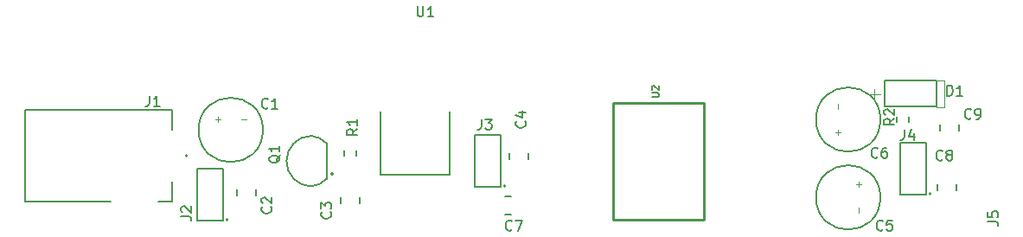
<source format=gbr>
G04 #@! TF.GenerationSoftware,KiCad,Pcbnew,5.1.10*
G04 #@! TF.CreationDate,2021-12-17T17:44:36+03:00*
G04 #@! TF.ProjectId,ripple_cancellation,72697070-6c65-45f6-9361-6e63656c6c61,rev?*
G04 #@! TF.SameCoordinates,Original*
G04 #@! TF.FileFunction,Legend,Top*
G04 #@! TF.FilePolarity,Positive*
%FSLAX46Y46*%
G04 Gerber Fmt 4.6, Leading zero omitted, Abs format (unit mm)*
G04 Created by KiCad (PCBNEW 5.1.10) date 2021-12-17 17:44:36*
%MOMM*%
%LPD*%
G01*
G04 APERTURE LIST*
%ADD10C,0.254000*%
%ADD11C,0.127000*%
%ADD12C,0.200000*%
%ADD13C,0.120000*%
%ADD14C,0.150000*%
G04 APERTURE END LIST*
D10*
X121539000Y-50419000D02*
X121539000Y-61849000D01*
X121539000Y-61849000D02*
X112649000Y-61849000D01*
X112649000Y-61849000D02*
X112649000Y-50419000D01*
X112649000Y-50419000D02*
X121539000Y-50419000D01*
D11*
X96588000Y-51274000D02*
X96588000Y-57495000D01*
X96588000Y-57495000D02*
X89848000Y-57495000D01*
X89848000Y-57495000D02*
X89848000Y-51274000D01*
X141541500Y-51816000D02*
X141541500Y-52324000D01*
X140398500Y-51816000D02*
X140398500Y-52324000D01*
X84578999Y-57859000D02*
G75*
G02*
X83059000Y-58609000I-1739129J1609369D01*
G01*
X83059000Y-58609000D02*
G75*
G02*
X80639000Y-56134000I27500J2447500D01*
G01*
X80639000Y-56134000D02*
G75*
G02*
X83059000Y-53659000I2447500J27500D01*
G01*
X84578999Y-54409000D02*
G75*
G03*
X83059000Y-53659000I-1739129J-1609369D01*
G01*
D12*
X85209000Y-57384000D02*
G75*
G03*
X85209000Y-57384000I-100000J0D01*
G01*
D11*
X84579000Y-57859000D02*
X84579000Y-54409000D01*
X139192000Y-48260000D02*
X144272000Y-48260000D01*
X139192000Y-50800000D02*
X144272000Y-50800000D01*
X139192000Y-48260000D02*
X139192000Y-50800000D01*
X144272000Y-48260000D02*
X144272000Y-50800000D01*
D13*
X144272000Y-48260000D02*
X145008600Y-48260000D01*
X145008600Y-48260000D02*
X145008600Y-50774600D01*
X145008600Y-50774600D02*
X145008600Y-50825400D01*
X145008600Y-50825400D02*
X144272000Y-50825400D01*
X144272000Y-50825400D02*
X144272000Y-50800000D01*
X138201400Y-49047400D02*
X138201400Y-50139600D01*
X137668000Y-49555400D02*
X138760200Y-49555400D01*
D11*
X144642000Y-53122000D02*
X144642000Y-52542000D01*
X146442000Y-53122000D02*
X146442000Y-52542000D01*
X87439500Y-55118000D02*
X87439500Y-55626000D01*
X86296500Y-55118000D02*
X86296500Y-55626000D01*
D13*
X143764000Y-59309000D02*
G75*
G03*
X143764000Y-59309000I-127000J0D01*
G01*
D11*
X140716000Y-59436000D02*
X140716000Y-54356000D01*
X143256000Y-59436000D02*
X143256000Y-54356000D01*
X140716000Y-59436000D02*
X143256000Y-59436000D01*
X140716000Y-54356000D02*
X143256000Y-54356000D01*
D13*
X102108000Y-58547000D02*
G75*
G03*
X102108000Y-58547000I-127000J0D01*
G01*
D11*
X99060000Y-58674000D02*
X99060000Y-53594000D01*
X101600000Y-58674000D02*
X101600000Y-53594000D01*
X99060000Y-58674000D02*
X101600000Y-58674000D01*
X99060000Y-53594000D02*
X101600000Y-53594000D01*
D13*
X74930000Y-61849000D02*
G75*
G03*
X74930000Y-61849000I-127000J0D01*
G01*
D11*
X71882000Y-61976000D02*
X71882000Y-56896000D01*
X74422000Y-61976000D02*
X74422000Y-56896000D01*
X71882000Y-61976000D02*
X74422000Y-61976000D01*
X71882000Y-56896000D02*
X74422000Y-56896000D01*
D12*
X70938000Y-55626000D02*
G75*
G03*
X70938000Y-55626000I-100000J0D01*
G01*
D11*
X55038000Y-60126000D02*
X55038000Y-51126000D01*
X55038000Y-51126000D02*
X69438000Y-51126000D01*
X69438000Y-60126000D02*
X68058000Y-60126000D01*
X63418000Y-60126000D02*
X55038000Y-60126000D01*
X69438000Y-60126000D02*
X69438000Y-58146000D01*
X69438000Y-51126000D02*
X69438000Y-53106000D01*
X146188000Y-58384000D02*
X146188000Y-58964000D01*
X144388000Y-58384000D02*
X144388000Y-58964000D01*
X102652000Y-61352000D02*
X102072000Y-61352000D01*
X102652000Y-59552000D02*
X102072000Y-59552000D01*
D13*
X134874000Y-53340000D02*
X134366000Y-53340000D01*
X134620000Y-53086000D02*
X134620000Y-53594000D01*
X134620000Y-50546000D02*
X134620000Y-51054000D01*
D11*
X138786000Y-52070000D02*
G75*
G03*
X138786000Y-52070000I-3150000J0D01*
G01*
D13*
X136398000Y-58420000D02*
X136906000Y-58420000D01*
X136652000Y-58674000D02*
X136652000Y-58166000D01*
X136652000Y-61214000D02*
X136652000Y-60706000D01*
D11*
X138786000Y-59690000D02*
G75*
G03*
X138786000Y-59690000I-3150000J0D01*
G01*
X104278000Y-55336000D02*
X104278000Y-55916000D01*
X102478000Y-55336000D02*
X102478000Y-55916000D01*
X87768000Y-59654000D02*
X87768000Y-60234000D01*
X85968000Y-59654000D02*
X85968000Y-60234000D01*
X77608000Y-58892000D02*
X77608000Y-59472000D01*
X75808000Y-58892000D02*
X75808000Y-59472000D01*
D13*
X73914000Y-52324000D02*
X73914000Y-51816000D01*
X74168000Y-52070000D02*
X73660000Y-52070000D01*
X76708000Y-52070000D02*
X76200000Y-52070000D01*
D11*
X78334000Y-53086000D02*
G75*
G03*
X78334000Y-53086000I-3150000J0D01*
G01*
D14*
X116389982Y-49866679D02*
X116957205Y-49866679D01*
X117023937Y-49833313D01*
X117057303Y-49799947D01*
X117090669Y-49733215D01*
X117090669Y-49599751D01*
X117057303Y-49533019D01*
X117023937Y-49499653D01*
X116957205Y-49466287D01*
X116389982Y-49466287D01*
X116456714Y-49165992D02*
X116423348Y-49132626D01*
X116389982Y-49065894D01*
X116389982Y-48899064D01*
X116423348Y-48832332D01*
X116456714Y-48798966D01*
X116523446Y-48765600D01*
X116590178Y-48765600D01*
X116690276Y-48798966D01*
X117090669Y-49199358D01*
X117090669Y-48765600D01*
X93457095Y-40979380D02*
X93457095Y-41788904D01*
X93504714Y-41884142D01*
X93552333Y-41931761D01*
X93647571Y-41979380D01*
X93838047Y-41979380D01*
X93933285Y-41931761D01*
X93980904Y-41884142D01*
X94028523Y-41788904D01*
X94028523Y-40979380D01*
X95028523Y-41979380D02*
X94457095Y-41979380D01*
X94742809Y-41979380D02*
X94742809Y-40979380D01*
X94647571Y-41122238D01*
X94552333Y-41217476D01*
X94457095Y-41265095D01*
X140152380Y-51982666D02*
X139676190Y-52316000D01*
X140152380Y-52554095D02*
X139152380Y-52554095D01*
X139152380Y-52173142D01*
X139200000Y-52077904D01*
X139247619Y-52030285D01*
X139342857Y-51982666D01*
X139485714Y-51982666D01*
X139580952Y-52030285D01*
X139628571Y-52077904D01*
X139676190Y-52173142D01*
X139676190Y-52554095D01*
X139247619Y-51601714D02*
X139200000Y-51554095D01*
X139152380Y-51458857D01*
X139152380Y-51220761D01*
X139200000Y-51125523D01*
X139247619Y-51077904D01*
X139342857Y-51030285D01*
X139438095Y-51030285D01*
X139580952Y-51077904D01*
X140152380Y-51649333D01*
X140152380Y-51030285D01*
X80021619Y-55554238D02*
X79974000Y-55649476D01*
X79878761Y-55744714D01*
X79735904Y-55887571D01*
X79688285Y-55982809D01*
X79688285Y-56078047D01*
X79926380Y-56030428D02*
X79878761Y-56125666D01*
X79783523Y-56220904D01*
X79593047Y-56268523D01*
X79259714Y-56268523D01*
X79069238Y-56220904D01*
X78974000Y-56125666D01*
X78926380Y-56030428D01*
X78926380Y-55839952D01*
X78974000Y-55744714D01*
X79069238Y-55649476D01*
X79259714Y-55601857D01*
X79593047Y-55601857D01*
X79783523Y-55649476D01*
X79878761Y-55744714D01*
X79926380Y-55839952D01*
X79926380Y-56030428D01*
X79926380Y-54649476D02*
X79926380Y-55220904D01*
X79926380Y-54935190D02*
X78926380Y-54935190D01*
X79069238Y-55030428D01*
X79164476Y-55125666D01*
X79212095Y-55220904D01*
X145311904Y-49728380D02*
X145311904Y-48728380D01*
X145550000Y-48728380D01*
X145692857Y-48776000D01*
X145788095Y-48871238D01*
X145835714Y-48966476D01*
X145883333Y-49156952D01*
X145883333Y-49299809D01*
X145835714Y-49490285D01*
X145788095Y-49585523D01*
X145692857Y-49680761D01*
X145550000Y-49728380D01*
X145311904Y-49728380D01*
X146835714Y-49728380D02*
X146264285Y-49728380D01*
X146550000Y-49728380D02*
X146550000Y-48728380D01*
X146454761Y-48871238D01*
X146359523Y-48966476D01*
X146264285Y-49014095D01*
X147661333Y-51919142D02*
X147613714Y-51966761D01*
X147470857Y-52014380D01*
X147375619Y-52014380D01*
X147232761Y-51966761D01*
X147137523Y-51871523D01*
X147089904Y-51776285D01*
X147042285Y-51585809D01*
X147042285Y-51442952D01*
X147089904Y-51252476D01*
X147137523Y-51157238D01*
X147232761Y-51062000D01*
X147375619Y-51014380D01*
X147470857Y-51014380D01*
X147613714Y-51062000D01*
X147661333Y-51109619D01*
X148137523Y-52014380D02*
X148328000Y-52014380D01*
X148423238Y-51966761D01*
X148470857Y-51919142D01*
X148566095Y-51776285D01*
X148613714Y-51585809D01*
X148613714Y-51204857D01*
X148566095Y-51109619D01*
X148518476Y-51062000D01*
X148423238Y-51014380D01*
X148232761Y-51014380D01*
X148137523Y-51062000D01*
X148089904Y-51109619D01*
X148042285Y-51204857D01*
X148042285Y-51442952D01*
X148089904Y-51538190D01*
X148137523Y-51585809D01*
X148232761Y-51633428D01*
X148423238Y-51633428D01*
X148518476Y-51585809D01*
X148566095Y-51538190D01*
X148613714Y-51442952D01*
X149312380Y-62055333D02*
X150026666Y-62055333D01*
X150169523Y-62102952D01*
X150264761Y-62198190D01*
X150312380Y-62341047D01*
X150312380Y-62436285D01*
X149312380Y-61102952D02*
X149312380Y-61579142D01*
X149788571Y-61626761D01*
X149740952Y-61579142D01*
X149693333Y-61483904D01*
X149693333Y-61245809D01*
X149740952Y-61150571D01*
X149788571Y-61102952D01*
X149883809Y-61055333D01*
X150121904Y-61055333D01*
X150217142Y-61102952D01*
X150264761Y-61150571D01*
X150312380Y-61245809D01*
X150312380Y-61483904D01*
X150264761Y-61579142D01*
X150217142Y-61626761D01*
X87574380Y-52998666D02*
X87098190Y-53332000D01*
X87574380Y-53570095D02*
X86574380Y-53570095D01*
X86574380Y-53189142D01*
X86622000Y-53093904D01*
X86669619Y-53046285D01*
X86764857Y-52998666D01*
X86907714Y-52998666D01*
X87002952Y-53046285D01*
X87050571Y-53093904D01*
X87098190Y-53189142D01*
X87098190Y-53570095D01*
X87574380Y-52046285D02*
X87574380Y-52617714D01*
X87574380Y-52332000D02*
X86574380Y-52332000D01*
X86717238Y-52427238D01*
X86812476Y-52522476D01*
X86860095Y-52617714D01*
X141144666Y-53046380D02*
X141144666Y-53760666D01*
X141097047Y-53903523D01*
X141001809Y-53998761D01*
X140858952Y-54046380D01*
X140763714Y-54046380D01*
X142049428Y-53379714D02*
X142049428Y-54046380D01*
X141811333Y-52998761D02*
X141573238Y-53713047D01*
X142192285Y-53713047D01*
X99742666Y-52030380D02*
X99742666Y-52744666D01*
X99695047Y-52887523D01*
X99599809Y-52982761D01*
X99456952Y-53030380D01*
X99361714Y-53030380D01*
X100123619Y-52030380D02*
X100742666Y-52030380D01*
X100409333Y-52411333D01*
X100552190Y-52411333D01*
X100647428Y-52458952D01*
X100695047Y-52506571D01*
X100742666Y-52601809D01*
X100742666Y-52839904D01*
X100695047Y-52935142D01*
X100647428Y-52982761D01*
X100552190Y-53030380D01*
X100266476Y-53030380D01*
X100171238Y-52982761D01*
X100123619Y-52935142D01*
X70318380Y-61547333D02*
X71032666Y-61547333D01*
X71175523Y-61594952D01*
X71270761Y-61690190D01*
X71318380Y-61833047D01*
X71318380Y-61928285D01*
X70413619Y-61118761D02*
X70366000Y-61071142D01*
X70318380Y-60975904D01*
X70318380Y-60737809D01*
X70366000Y-60642571D01*
X70413619Y-60594952D01*
X70508857Y-60547333D01*
X70604095Y-60547333D01*
X70746952Y-60594952D01*
X71318380Y-61166380D01*
X71318380Y-60547333D01*
X67230666Y-49744380D02*
X67230666Y-50458666D01*
X67183047Y-50601523D01*
X67087809Y-50696761D01*
X66944952Y-50744380D01*
X66849714Y-50744380D01*
X68230666Y-50744380D02*
X67659238Y-50744380D01*
X67944952Y-50744380D02*
X67944952Y-49744380D01*
X67849714Y-49887238D01*
X67754476Y-49982476D01*
X67659238Y-50030095D01*
X144867333Y-55983142D02*
X144819714Y-56030761D01*
X144676857Y-56078380D01*
X144581619Y-56078380D01*
X144438761Y-56030761D01*
X144343523Y-55935523D01*
X144295904Y-55840285D01*
X144248285Y-55649809D01*
X144248285Y-55506952D01*
X144295904Y-55316476D01*
X144343523Y-55221238D01*
X144438761Y-55126000D01*
X144581619Y-55078380D01*
X144676857Y-55078380D01*
X144819714Y-55126000D01*
X144867333Y-55173619D01*
X145438761Y-55506952D02*
X145343523Y-55459333D01*
X145295904Y-55411714D01*
X145248285Y-55316476D01*
X145248285Y-55268857D01*
X145295904Y-55173619D01*
X145343523Y-55126000D01*
X145438761Y-55078380D01*
X145629238Y-55078380D01*
X145724476Y-55126000D01*
X145772095Y-55173619D01*
X145819714Y-55268857D01*
X145819714Y-55316476D01*
X145772095Y-55411714D01*
X145724476Y-55459333D01*
X145629238Y-55506952D01*
X145438761Y-55506952D01*
X145343523Y-55554571D01*
X145295904Y-55602190D01*
X145248285Y-55697428D01*
X145248285Y-55887904D01*
X145295904Y-55983142D01*
X145343523Y-56030761D01*
X145438761Y-56078380D01*
X145629238Y-56078380D01*
X145724476Y-56030761D01*
X145772095Y-55983142D01*
X145819714Y-55887904D01*
X145819714Y-55697428D01*
X145772095Y-55602190D01*
X145724476Y-55554571D01*
X145629238Y-55506952D01*
X102703333Y-62841142D02*
X102655714Y-62888761D01*
X102512857Y-62936380D01*
X102417619Y-62936380D01*
X102274761Y-62888761D01*
X102179523Y-62793523D01*
X102131904Y-62698285D01*
X102084285Y-62507809D01*
X102084285Y-62364952D01*
X102131904Y-62174476D01*
X102179523Y-62079238D01*
X102274761Y-61984000D01*
X102417619Y-61936380D01*
X102512857Y-61936380D01*
X102655714Y-61984000D01*
X102703333Y-62031619D01*
X103036666Y-61936380D02*
X103703333Y-61936380D01*
X103274761Y-62936380D01*
X138517333Y-55729142D02*
X138469714Y-55776761D01*
X138326857Y-55824380D01*
X138231619Y-55824380D01*
X138088761Y-55776761D01*
X137993523Y-55681523D01*
X137945904Y-55586285D01*
X137898285Y-55395809D01*
X137898285Y-55252952D01*
X137945904Y-55062476D01*
X137993523Y-54967238D01*
X138088761Y-54872000D01*
X138231619Y-54824380D01*
X138326857Y-54824380D01*
X138469714Y-54872000D01*
X138517333Y-54919619D01*
X139374476Y-54824380D02*
X139184000Y-54824380D01*
X139088761Y-54872000D01*
X139041142Y-54919619D01*
X138945904Y-55062476D01*
X138898285Y-55252952D01*
X138898285Y-55633904D01*
X138945904Y-55729142D01*
X138993523Y-55776761D01*
X139088761Y-55824380D01*
X139279238Y-55824380D01*
X139374476Y-55776761D01*
X139422095Y-55729142D01*
X139469714Y-55633904D01*
X139469714Y-55395809D01*
X139422095Y-55300571D01*
X139374476Y-55252952D01*
X139279238Y-55205333D01*
X139088761Y-55205333D01*
X138993523Y-55252952D01*
X138945904Y-55300571D01*
X138898285Y-55395809D01*
X139025333Y-62841142D02*
X138977714Y-62888761D01*
X138834857Y-62936380D01*
X138739619Y-62936380D01*
X138596761Y-62888761D01*
X138501523Y-62793523D01*
X138453904Y-62698285D01*
X138406285Y-62507809D01*
X138406285Y-62364952D01*
X138453904Y-62174476D01*
X138501523Y-62079238D01*
X138596761Y-61984000D01*
X138739619Y-61936380D01*
X138834857Y-61936380D01*
X138977714Y-61984000D01*
X139025333Y-62031619D01*
X139930095Y-61936380D02*
X139453904Y-61936380D01*
X139406285Y-62412571D01*
X139453904Y-62364952D01*
X139549142Y-62317333D01*
X139787238Y-62317333D01*
X139882476Y-62364952D01*
X139930095Y-62412571D01*
X139977714Y-62507809D01*
X139977714Y-62745904D01*
X139930095Y-62841142D01*
X139882476Y-62888761D01*
X139787238Y-62936380D01*
X139549142Y-62936380D01*
X139453904Y-62888761D01*
X139406285Y-62841142D01*
X103989142Y-52236666D02*
X104036761Y-52284285D01*
X104084380Y-52427142D01*
X104084380Y-52522380D01*
X104036761Y-52665238D01*
X103941523Y-52760476D01*
X103846285Y-52808095D01*
X103655809Y-52855714D01*
X103512952Y-52855714D01*
X103322476Y-52808095D01*
X103227238Y-52760476D01*
X103132000Y-52665238D01*
X103084380Y-52522380D01*
X103084380Y-52427142D01*
X103132000Y-52284285D01*
X103179619Y-52236666D01*
X103417714Y-51379523D02*
X104084380Y-51379523D01*
X103036761Y-51617619D02*
X103751047Y-51855714D01*
X103751047Y-51236666D01*
X84939142Y-61126666D02*
X84986761Y-61174285D01*
X85034380Y-61317142D01*
X85034380Y-61412380D01*
X84986761Y-61555238D01*
X84891523Y-61650476D01*
X84796285Y-61698095D01*
X84605809Y-61745714D01*
X84462952Y-61745714D01*
X84272476Y-61698095D01*
X84177238Y-61650476D01*
X84082000Y-61555238D01*
X84034380Y-61412380D01*
X84034380Y-61317142D01*
X84082000Y-61174285D01*
X84129619Y-61126666D01*
X84034380Y-60793333D02*
X84034380Y-60174285D01*
X84415333Y-60507619D01*
X84415333Y-60364761D01*
X84462952Y-60269523D01*
X84510571Y-60221904D01*
X84605809Y-60174285D01*
X84843904Y-60174285D01*
X84939142Y-60221904D01*
X84986761Y-60269523D01*
X85034380Y-60364761D01*
X85034380Y-60650476D01*
X84986761Y-60745714D01*
X84939142Y-60793333D01*
X79097142Y-60618666D02*
X79144761Y-60666285D01*
X79192380Y-60809142D01*
X79192380Y-60904380D01*
X79144761Y-61047238D01*
X79049523Y-61142476D01*
X78954285Y-61190095D01*
X78763809Y-61237714D01*
X78620952Y-61237714D01*
X78430476Y-61190095D01*
X78335238Y-61142476D01*
X78240000Y-61047238D01*
X78192380Y-60904380D01*
X78192380Y-60809142D01*
X78240000Y-60666285D01*
X78287619Y-60618666D01*
X78287619Y-60237714D02*
X78240000Y-60190095D01*
X78192380Y-60094857D01*
X78192380Y-59856761D01*
X78240000Y-59761523D01*
X78287619Y-59713904D01*
X78382857Y-59666285D01*
X78478095Y-59666285D01*
X78620952Y-59713904D01*
X79192380Y-60285333D01*
X79192380Y-59666285D01*
X78827333Y-50903142D02*
X78779714Y-50950761D01*
X78636857Y-50998380D01*
X78541619Y-50998380D01*
X78398761Y-50950761D01*
X78303523Y-50855523D01*
X78255904Y-50760285D01*
X78208285Y-50569809D01*
X78208285Y-50426952D01*
X78255904Y-50236476D01*
X78303523Y-50141238D01*
X78398761Y-50046000D01*
X78541619Y-49998380D01*
X78636857Y-49998380D01*
X78779714Y-50046000D01*
X78827333Y-50093619D01*
X79779714Y-50998380D02*
X79208285Y-50998380D01*
X79494000Y-50998380D02*
X79494000Y-49998380D01*
X79398761Y-50141238D01*
X79303523Y-50236476D01*
X79208285Y-50284095D01*
M02*

</source>
